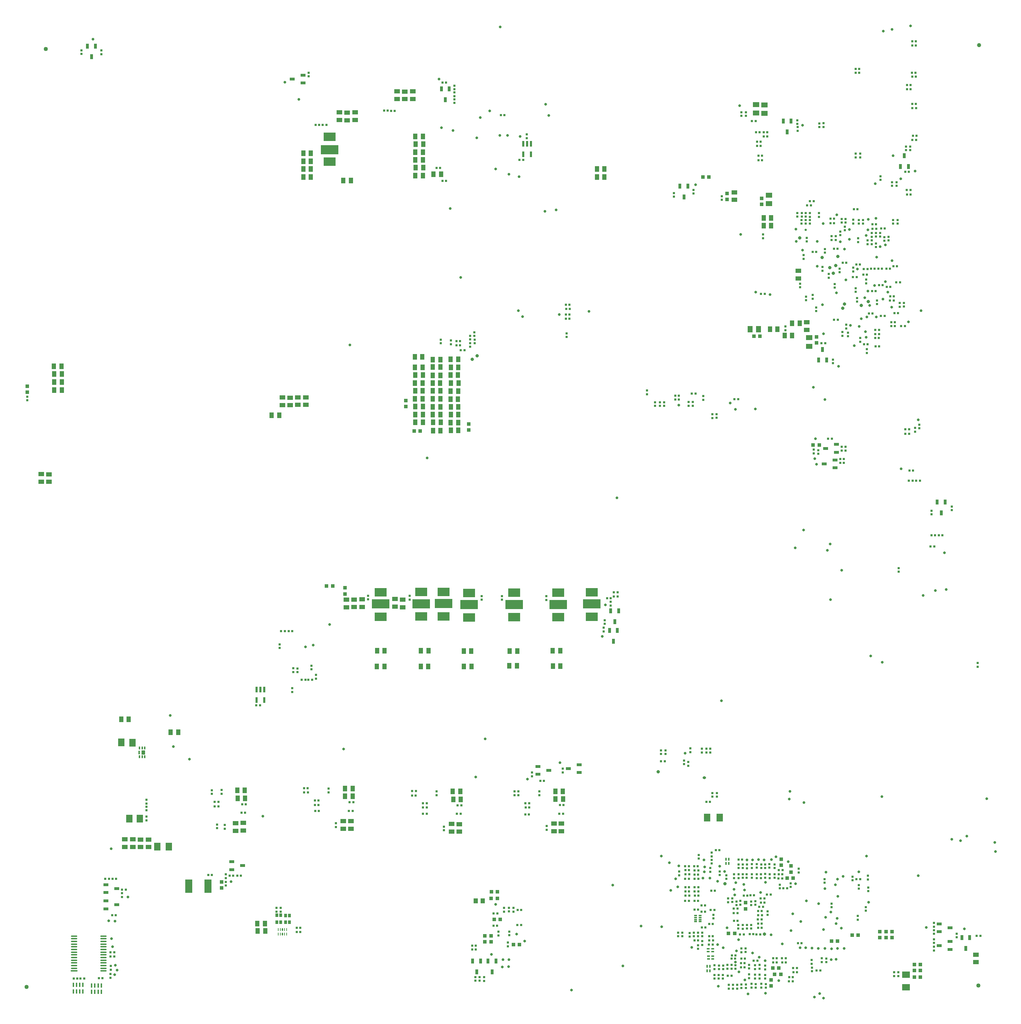
<source format=gbp>
%FSLAX25Y25*%
%MOIN*%
G70*
G01*
G75*
G04 Layer_Color=128*
%ADD10C,0.01000*%
%ADD11C,0.00800*%
%ADD12C,0.06000*%
%ADD13C,0.00600*%
%ADD14C,0.07000*%
%ADD15C,0.00500*%
%ADD16C,0.04000*%
%ADD17C,0.02500*%
%ADD18C,0.06500*%
%ADD19C,0.01772*%
%ADD20C,0.01772*%
%ADD21O,0.01260X0.03543*%
%ADD22R,0.03465X0.03465*%
%ADD23R,0.03937X0.05276*%
%ADD24R,0.05276X0.03937*%
%ADD25R,0.03465X0.03465*%
%ADD26R,0.02284X0.02362*%
%ADD27O,0.01181X0.03937*%
%ADD28O,0.03937X0.01181*%
%ADD29O,0.03937X0.01181*%
%ADD30R,0.02362X0.02284*%
%ADD31R,0.02756X0.03543*%
%ADD32O,0.01181X0.06299*%
%ADD33O,0.05906X0.01260*%
%ADD34O,0.01260X0.05906*%
%ADD35C,0.01024*%
%ADD36O,0.01181X0.06299*%
%ADD37R,0.02362X0.02284*%
%ADD38R,0.04600X0.03200*%
%ADD39C,0.03150*%
%ADD40R,0.02677X0.06299*%
%ADD41O,0.00984X0.02992*%
%ADD42R,0.06299X0.07284*%
%ADD43O,0.00906X0.03937*%
%ADD44O,0.01299X0.03347*%
%ADD45O,0.03622X0.01024*%
%ADD46O,0.01299X0.08661*%
%ADD47R,0.09843X0.12992*%
%ADD48O,0.05315X0.01654*%
%ADD49R,0.03937X0.01772*%
%ADD50O,0.01181X0.02992*%
%ADD51R,0.02165X0.05315*%
%ADD52O,0.01378X0.06500*%
%ADD53R,0.01299X0.02756*%
%ADD54R,0.02756X0.01299*%
%ADD55O,0.03937X0.00906*%
%ADD56R,0.05118X0.05906*%
%ADD57R,0.05394X0.06496*%
%ADD58O,0.07087X0.01575*%
%ADD59O,0.03937X0.01260*%
%ADD60O,0.01260X0.03937*%
%ADD61R,0.07284X0.06299*%
%ADD62R,0.05197X0.02362*%
%ADD63O,0.05000X0.01575*%
%ADD64R,0.07874X0.02835*%
%ADD65O,0.01575X0.05906*%
%ADD66R,0.07008X0.12992*%
%ADD67R,0.02165X0.05315*%
%ADD68R,0.03543X0.02756*%
%ADD69O,0.02992X0.00984*%
%ADD70R,0.05315X0.02165*%
%ADD71C,0.01654*%
%ADD72C,0.01181*%
%ADD73O,0.01575X0.05000*%
%ADD74R,0.05000X0.05079*%
%ADD75R,0.14173X0.10236*%
%ADD76R,0.11811X0.08268*%
%ADD77R,0.03937X0.05276*%
%ADD78O,0.00984X0.03386*%
%ADD79O,0.01181X0.03600*%
%ADD80R,0.07874X0.08268*%
%ADD81R,0.10236X0.14173*%
%ADD82R,0.01575X0.03150*%
%ADD83R,0.03200X0.04600*%
%ADD84R,0.05079X0.05000*%
%ADD85O,0.01575X0.05433*%
%ADD86R,0.02362X0.05197*%
%ADD87O,0.01654X0.06102*%
%ADD88R,0.10236X0.05118*%
%ADD89R,0.08465X0.07874*%
%ADD90R,0.06378X0.02835*%
%ADD91R,0.08465X0.08071*%
%ADD92R,0.07874X0.04724*%
%ADD93O,0.03386X0.00984*%
%ADD94R,0.05906X0.05118*%
%ADD95O,0.01260X0.03937*%
%ADD96O,0.03937X0.01260*%
%ADD97R,0.06181X0.07165*%
%ADD98R,0.01890X0.03937*%
%ADD99R,0.02953X0.03937*%
%ADD100R,0.02284X0.02362*%
%ADD101R,0.03465X0.03465*%
%ADD102O,0.07500X0.02400*%
%ADD103R,0.03150X0.01575*%
%ADD104R,0.05748X0.04409*%
%ADD105O,0.01378X0.06772*%
%ADD106O,0.03937X0.01496*%
%ADD107O,0.08000X0.02400*%
%ADD108R,0.06693X0.02835*%
%ADD109O,0.03600X0.01181*%
%ADD110R,0.14173X0.10236*%
%ADD111R,0.07874X0.07677*%
%ADD112R,0.07284X0.06299*%
%ADD113O,0.07087X0.01575*%
%ADD114O,0.03937X0.01496*%
%ADD115O,0.03347X0.01299*%
%ADD116R,0.07874X0.07677*%
%ADD117R,0.08661X0.09843*%
%ADD118R,0.03465X0.03465*%
%ADD119R,0.17500X0.17500*%
%ADD120R,0.13780X0.09843*%
%ADD121R,0.05276X0.03937*%
%ADD122O,0.01181X0.03740*%
%ADD123O,0.03800X0.01181*%
%ADD124O,0.02677X0.08071*%
%ADD125O,0.01260X0.05700*%
%ADD126O,0.01181X0.10827*%
%ADD127R,0.06496X0.06496*%
%ADD128R,0.07874X0.07874*%
%ADD129R,0.07087X0.07087*%
%ADD130R,0.12205X0.08268*%
%ADD131R,0.12205X0.01693*%
%ADD132R,0.09843X0.06772*%
%ADD133R,0.20472X0.13780*%
%ADD134C,0.01024*%
%ADD135C,0.01200*%
%ADD136R,0.06496X0.06496*%
%ADD137R,0.13780X0.13780*%
%ADD138R,0.13780X0.09843*%
%ADD139R,0.16929X0.08661*%
%ADD140R,0.03937X0.01772*%
G04:AMPARAMS|DCode=141|XSize=39.37mil|YSize=52.76mil|CornerRadius=0mil|HoleSize=0mil|Usage=FLASHONLY|Rotation=90.000|XOffset=0mil|YOffset=0mil|HoleType=Round|Shape=Octagon|*
%AMOCTAGOND141*
4,1,8,-0.02638,-0.00984,-0.02638,0.00984,-0.01654,0.01969,0.01654,0.01969,0.02638,0.00984,0.02638,-0.00984,0.01654,-0.01969,-0.01654,-0.01969,-0.02638,-0.00984,0.0*
%
%ADD141OCTAGOND141*%

%ADD142C,0.04000*%
%ADD143R,0.05512X0.03937*%
%ADD144R,0.11221X0.13976*%
%ADD145C,0.01260*%
%ADD146R,0.04724X0.11024*%
%ADD147C,0.01772*%
%ADD148O,0.02362X0.14567*%
%ADD149C,0.01800*%
%ADD150C,0.01500*%
%ADD151C,0.02000*%
%ADD152C,0.00700*%
%ADD153C,0.01200*%
%ADD154C,0.01969*%
%ADD155C,0.03000*%
%ADD156C,0.01600*%
%ADD157C,0.01300*%
%ADD158C,0.00350*%
%ADD159C,0.00400*%
%ADD160C,0.00300*%
%ADD161C,0.00900*%
%ADD162R,0.05900X0.04550*%
%ADD163R,0.18350X0.18100*%
%ADD164R,0.06850X0.04700*%
%ADD165R,0.16050X0.28800*%
%ADD166R,0.10850X0.06672*%
%ADD167R,0.10700X0.03150*%
%ADD168R,0.11100X0.08100*%
%ADD169R,0.22300X0.22300*%
%ADD170R,0.02500X0.02950*%
%ADD171R,0.03800X0.02950*%
%ADD172R,0.06900X0.06650*%
%ADD173R,0.03100X0.03600*%
%ADD174R,0.19050X0.02650*%
%ADD175R,0.02450X0.09200*%
%ADD176R,0.03550X0.06550*%
%ADD177R,0.02550X0.02600*%
%ADD178R,0.18600X0.02300*%
%ADD179R,0.01971X0.08558*%
%ADD180C,0.03937*%
%ADD181O,0.04528X0.04921*%
%ADD182C,0.04331*%
%ADD183C,0.04134*%
%ADD184C,0.05709*%
%ADD185C,0.07874*%
%ADD186C,0.05315*%
%ADD187O,0.04528X0.04921*%
%ADD188C,0.05906*%
%ADD189R,0.05709X0.05709*%
%ADD190R,0.04134X0.04134*%
%ADD191R,0.05906X0.05906*%
%ADD192C,0.05906*%
%ADD193R,0.05906X0.05906*%
%ADD194R,0.04528X0.04921*%
%ADD195C,0.06102*%
%ADD196R,0.06102X0.06102*%
%ADD197R,0.05315X0.05315*%
%ADD198C,0.05118*%
%ADD199C,0.06102*%
%ADD200O,0.05118X0.05118*%
%ADD201C,0.05512*%
%ADD202C,0.05000*%
%ADD203C,0.06200*%
%ADD204R,0.05906X0.05906*%
%ADD205R,0.04331X0.04528*%
%ADD206C,0.06500*%
%ADD207R,0.06500X0.06500*%
%ADD208R,0.05709X0.05709*%
%ADD209R,0.06200X0.06200*%
%ADD210C,0.06299*%
%ADD211R,0.06299X0.06299*%
%ADD212R,0.05709X0.05709*%
%ADD213C,0.04331*%
%ADD214R,0.05315X0.05315*%
%ADD215R,0.05000X0.05000*%
%ADD216R,0.05315X0.05315*%
%ADD217C,0.05315*%
%ADD218R,0.05315X0.05315*%
%ADD219C,0.07874*%
%ADD220C,0.04134*%
%ADD221O,0.04331X0.03937*%
%ADD222O,0.04331X0.03937*%
%ADD223R,0.05118X0.05118*%
%ADD224C,0.06299*%
%ADD225C,0.05709*%
%ADD226R,0.04134X0.04134*%
%ADD227O,0.14567X0.05000*%
%ADD228C,0.12205*%
%ADD229C,0.12205*%
%ADD230C,0.05118*%
%ADD231C,0.08268*%
%ADD232C,0.08268*%
%ADD233C,0.05512*%
%ADD234O,0.15354X0.05906*%
%ADD235O,0.11811X0.06221*%
%ADD236R,0.04134X0.04134*%
%ADD237C,0.22441*%
%ADD238C,0.02165*%
%ADD239C,0.01969*%
%ADD240C,0.02165*%
%ADD241C,0.02559*%
%ADD242C,0.02047*%
%ADD243C,0.02362*%
%ADD244C,0.02756*%
%ADD245C,0.01890*%
%ADD246C,0.01890*%
%ADD247C,0.03543*%
%ADD248C,0.02559*%
%ADD249C,0.02047*%
%ADD250C,0.03543*%
%ADD251C,0.03150*%
%ADD252C,0.02756*%
%ADD253R,0.24200X0.05950*%
%ADD254R,0.23900X0.06050*%
%ADD255R,0.05911X0.06527*%
%ADD256R,0.06150X0.03200*%
%ADD257R,0.09050X0.02750*%
%ADD258R,0.05216X0.03337*%
%ADD259R,0.06800X0.01900*%
%ADD260R,0.04950X0.07100*%
%ADD261R,0.07750X0.02200*%
%ADD262R,0.03719X0.04789*%
%ADD263R,0.06700X0.02700*%
%ADD264R,0.14425X0.06794*%
%ADD265R,0.11550X0.03200*%
%ADD266R,0.32600X0.02950*%
%ADD267R,0.33585X0.02339*%
%ADD268R,0.05859X0.04781*%
%ADD269R,0.02737X0.07120*%
%ADD270R,0.04000X0.04100*%
%ADD271C,0.02800*%
%ADD272R,0.07309X0.09456*%
%ADD273R,0.24200X0.06150*%
%ADD274R,0.11000X0.05750*%
%ADD275R,0.13400X0.11100*%
%ADD276R,0.03300X0.01150*%
%ADD277R,0.23000X0.05750*%
%ADD278R,0.24600X0.06350*%
%ADD279R,0.24350X0.06500*%
%ADD280R,0.02900X0.09800*%
%ADD281R,0.21100X0.02900*%
%ADD282R,0.03178X0.10400*%
%ADD283R,0.19100X0.03150*%
%ADD284R,0.07500X0.04250*%
%ADD285R,0.11750X0.02150*%
%ADD286R,0.19182X0.02374*%
%ADD287R,0.02300X0.10000*%
%ADD288R,0.03150X0.11085*%
%ADD289R,0.34850X0.02950*%
%ADD290R,0.33337X0.02093*%
%ADD291R,0.03150X0.04921*%
%ADD292R,0.01772X0.03937*%
%ADD293R,0.01260X0.03347*%
%ADD294R,0.01693X0.02598*%
%ADD295R,0.07087X0.12992*%
%ADD296R,0.04921X0.03150*%
%ADD297O,0.06500X0.01378*%
%ADD298O,0.06772X0.01378*%
%ADD299C,0.02598*%
%ADD300O,0.03150X0.02800*%
%ADD301R,0.04921X0.03150*%
%ADD302R,0.03937X0.05118*%
%ADD303R,0.11811X0.08268*%
%ADD304R,0.07087X0.12992*%
%ADD305O,0.01260X0.02992*%
%ADD306R,0.03543X0.03937*%
%ADD307R,0.16929X0.08661*%
%ADD308R,0.01772X0.03937*%
%ADD309C,0.02598*%
%ADD310R,0.03150X0.04921*%
%ADD311R,0.22050X0.22150*%
%ADD312R,0.08800X0.13800*%
%ADD313R,0.06850X0.09350*%
%ADD314R,0.06700X0.06650*%
%ADD315R,0.04883X0.10114*%
%ADD316R,0.04200X0.08450*%
%ADD317R,0.05300X0.06350*%
%ADD318R,0.01850X0.01750*%
%ADD319R,0.08350X0.05850*%
%ADD320R,0.08862X0.08774*%
%ADD321R,1.37250X0.04150*%
%ADD322R,0.05150X0.04000*%
%ADD323R,0.02150X0.01200*%
%ADD324R,0.03900X0.03450*%
%ADD325R,0.06050X0.17150*%
%ADD326R,0.06219X0.12738*%
%ADD327R,0.01550X0.05150*%
%ADD328R,0.05500X0.03350*%
%ADD329R,0.00850X0.01038*%
%ADD330R,0.01550X0.01750*%
%ADD331C,0.00550*%
%ADD332C,0.00450*%
%ADD333C,0.01972*%
%ADD334C,0.01972*%
%ADD335O,0.01460X0.03743*%
%ADD336R,0.03665X0.03665*%
%ADD337R,0.04137X0.05476*%
%ADD338R,0.05476X0.04137*%
%ADD339R,0.03665X0.03665*%
%ADD340R,0.02484X0.02562*%
%ADD341O,0.01381X0.04137*%
%ADD342O,0.04137X0.01381*%
%ADD343O,0.04137X0.01381*%
%ADD344R,0.02562X0.02484*%
%ADD345R,0.02956X0.03743*%
%ADD346O,0.01381X0.06499*%
%ADD347O,0.06106X0.01460*%
%ADD348O,0.01460X0.06106*%
%ADD349C,0.01224*%
%ADD350O,0.01381X0.06499*%
%ADD351R,0.02562X0.02484*%
%ADD352R,0.04800X0.03400*%
%ADD353C,0.03350*%
%ADD354R,0.02877X0.06499*%
%ADD355O,0.01184X0.03192*%
%ADD356R,0.06499X0.07484*%
%ADD357O,0.01106X0.04137*%
%ADD358O,0.01499X0.03547*%
%ADD359O,0.03822X0.01224*%
%ADD360O,0.01499X0.08861*%
%ADD361R,0.10043X0.13192*%
%ADD362O,0.05515X0.01854*%
%ADD363R,0.04137X0.01972*%
%ADD364O,0.01381X0.03192*%
%ADD365R,0.02365X0.05515*%
%ADD366O,0.01578X0.06700*%
%ADD367R,0.01499X0.02956*%
%ADD368R,0.02956X0.01499*%
%ADD369O,0.04137X0.01106*%
%ADD370R,0.05318X0.06106*%
%ADD371R,0.05594X0.06696*%
%ADD372O,0.07287X0.01775*%
%ADD373O,0.04137X0.01460*%
%ADD374O,0.01460X0.04137*%
%ADD375R,0.07484X0.06499*%
%ADD376R,0.05397X0.02562*%
%ADD377O,0.05200X0.01775*%
%ADD378R,0.08074X0.03035*%
%ADD379O,0.01775X0.06106*%
%ADD380R,0.07208X0.13192*%
%ADD381R,0.02365X0.05515*%
%ADD382R,0.03743X0.02956*%
%ADD383O,0.03192X0.01184*%
%ADD384R,0.05515X0.02365*%
%ADD385C,0.01854*%
%ADD386C,0.01381*%
%ADD387O,0.01775X0.05200*%
%ADD388R,0.05200X0.05279*%
%ADD389R,0.14373X0.10436*%
%ADD390R,0.12011X0.08468*%
%ADD391R,0.04137X0.05476*%
%ADD392O,0.01184X0.03586*%
%ADD393O,0.01381X0.03800*%
%ADD394R,0.08074X0.08468*%
%ADD395R,0.10436X0.14373*%
%ADD396R,0.01775X0.03350*%
%ADD397R,0.03400X0.04800*%
%ADD398R,0.05279X0.05200*%
%ADD399O,0.01775X0.05633*%
%ADD400R,0.02562X0.05397*%
%ADD401O,0.01854X0.06302*%
%ADD402R,0.10436X0.05318*%
%ADD403R,0.08665X0.08074*%
%ADD404R,0.06578X0.03035*%
%ADD405R,0.08665X0.08271*%
%ADD406R,0.08074X0.04924*%
%ADD407O,0.03586X0.01184*%
%ADD408R,0.06106X0.05318*%
%ADD409O,0.01460X0.04137*%
%ADD410O,0.04137X0.01460*%
%ADD411R,0.06381X0.07365*%
%ADD412R,0.02090X0.04137*%
%ADD413R,0.03153X0.04137*%
%ADD414R,0.02484X0.02562*%
%ADD415R,0.03665X0.03665*%
%ADD416O,0.08300X0.03200*%
%ADD417R,0.03350X0.01775*%
%ADD418R,0.05948X0.04609*%
%ADD419C,0.01624*%
%ADD420O,0.01578X0.06972*%
%ADD421O,0.04137X0.01696*%
%ADD422O,0.08800X0.03200*%
%ADD423R,0.06893X0.03035*%
%ADD424O,0.03800X0.01381*%
%ADD425R,0.14373X0.10436*%
%ADD426R,0.08074X0.07877*%
%ADD427R,0.07484X0.06499*%
%ADD428O,0.07287X0.01775*%
%ADD429O,0.04137X0.01696*%
%ADD430O,0.03547X0.01499*%
%ADD431R,0.08074X0.07877*%
%ADD432R,0.08861X0.10043*%
%ADD433R,0.03665X0.03665*%
%ADD434R,0.17700X0.17700*%
%ADD435R,0.13979X0.10043*%
%ADD436R,0.05476X0.04137*%
%ADD437O,0.01381X0.03940*%
%ADD438O,0.04000X0.01381*%
%ADD439O,0.02877X0.08271*%
%ADD440O,0.01460X0.05900*%
%ADD441O,0.01381X0.11027*%
%ADD442R,0.06696X0.06696*%
%ADD443R,0.08074X0.08074*%
%ADD444R,0.07287X0.07287*%
%ADD445R,0.12405X0.08468*%
%ADD446R,0.12405X0.01893*%
%ADD447R,0.10043X0.06972*%
%ADD448R,0.20672X0.13979*%
%ADD449C,0.01224*%
%ADD450C,0.01400*%
%ADD451R,0.06696X0.06696*%
%ADD452R,0.13979X0.13979*%
%ADD453R,0.13979X0.10043*%
%ADD454R,0.17129X0.08861*%
%ADD455R,0.04137X0.01972*%
G04:AMPARAMS|DCode=456|XSize=41.37mil|YSize=54.76mil|CornerRadius=0mil|HoleSize=0mil|Usage=FLASHONLY|Rotation=90.000|XOffset=0mil|YOffset=0mil|HoleType=Round|Shape=Octagon|*
%AMOCTAGOND456*
4,1,8,-0.02738,-0.01034,-0.02738,0.01034,-0.01704,0.02069,0.01704,0.02069,0.02738,0.01034,0.02738,-0.01034,0.01704,-0.02069,-0.01704,-0.02069,-0.02738,-0.01034,0.0*
%
%ADD456OCTAGOND456*%

%ADD457C,0.04200*%
%ADD458R,0.05712X0.04137*%
%ADD459R,0.11421X0.14176*%
%ADD460C,0.01460*%
%ADD461R,0.04924X0.11224*%
%ADD462C,0.01972*%
%ADD463O,0.02562X0.14767*%
%ADD464C,0.04137*%
%ADD465O,0.04728X0.05121*%
%ADD466C,0.04531*%
%ADD467C,0.04334*%
%ADD468C,0.05909*%
%ADD469C,0.08674*%
%ADD470C,0.05515*%
%ADD471O,0.04728X0.05121*%
%ADD472C,0.06106*%
%ADD473R,0.05909X0.05909*%
%ADD474R,0.04334X0.04334*%
%ADD475R,0.06106X0.06106*%
%ADD476C,0.06106*%
%ADD477R,0.06106X0.06106*%
%ADD478R,0.04728X0.05121*%
%ADD479C,0.06302*%
%ADD480R,0.06302X0.06302*%
%ADD481R,0.05515X0.05515*%
%ADD482C,0.05318*%
%ADD483C,0.06302*%
%ADD484O,0.05318X0.05318*%
%ADD485C,0.05712*%
%ADD486C,0.05800*%
%ADD487C,0.07000*%
%ADD488R,0.06106X0.06106*%
%ADD489R,0.04531X0.04728*%
%ADD490C,0.07300*%
%ADD491R,0.07300X0.07300*%
%ADD492C,0.06509*%
%ADD493R,0.06509X0.06509*%
%ADD494R,0.07000X0.07000*%
%ADD495C,0.06499*%
%ADD496R,0.06499X0.06499*%
%ADD497R,0.05909X0.05909*%
%ADD498C,0.04531*%
%ADD499R,0.05515X0.05515*%
%ADD500R,0.05800X0.05800*%
%ADD501R,0.05515X0.05515*%
%ADD502C,0.05515*%
%ADD503R,0.05515X0.05515*%
%ADD504R,0.06509X0.06509*%
%ADD505C,0.08074*%
%ADD506C,0.08074*%
%ADD507C,0.04334*%
%ADD508O,0.04531X0.04137*%
%ADD509O,0.04531X0.04137*%
%ADD510R,0.05318X0.05318*%
%ADD511C,0.06499*%
%ADD512C,0.05909*%
%ADD513R,0.04334X0.04334*%
%ADD514O,0.14767X0.05200*%
%ADD515C,0.12405*%
%ADD516C,0.12405*%
%ADD517C,0.05318*%
%ADD518C,0.08468*%
%ADD519C,0.08468*%
%ADD520C,0.05712*%
%ADD521O,0.15554X0.06106*%
%ADD522O,0.12011X0.06421*%
%ADD523R,0.04334X0.04334*%
%ADD524C,0.22641*%
%ADD525R,0.03350X0.05121*%
%ADD526R,0.01972X0.04137*%
%ADD527R,0.01460X0.03547*%
%ADD528R,0.01893X0.02798*%
%ADD529R,0.07287X0.13192*%
%ADD530R,0.05121X0.03350*%
%ADD531O,0.06700X0.01578*%
%ADD532O,0.06972X0.01578*%
%ADD533C,0.02798*%
%ADD534O,0.03350X0.03000*%
%ADD535C,0.02365*%
%ADD536R,0.05121X0.03350*%
%ADD537R,0.04137X0.05318*%
%ADD538R,0.12011X0.08468*%
%ADD539R,0.07287X0.13192*%
%ADD540O,0.01460X0.03192*%
%ADD541R,0.03743X0.04137*%
%ADD542R,0.17129X0.08861*%
%ADD543R,0.01972X0.04137*%
%ADD544C,0.02798*%
%ADD545R,0.03350X0.05121*%
D22*
X4425500Y2269700D02*
D03*
X4139600Y1793600D02*
D03*
X4118700Y1844000D02*
D03*
X4118500Y1837900D02*
D03*
X4394950Y1857000D02*
D03*
X4383150Y1765400D02*
D03*
X4381450Y1771300D02*
D03*
X4039400Y2283100D02*
D03*
X4133900Y1793600D02*
D03*
X4112500Y1802200D02*
D03*
Y1796400D02*
D03*
X4368900Y2373300D02*
D03*
X4419800Y2269700D02*
D03*
X4320200Y2525000D02*
D03*
X4516300Y1774600D02*
D03*
Y1769100D02*
D03*
X4516200Y1762700D02*
D03*
X4442900Y1797000D02*
D03*
X4462600Y1802600D02*
D03*
X4113000Y1844000D02*
D03*
X4115600Y1817900D02*
D03*
X4314500Y2525000D02*
D03*
X4388850Y1765400D02*
D03*
X4344850Y1804400D02*
D03*
X4363200Y2373300D02*
D03*
X3961500Y2135400D02*
D03*
X4045100Y2283100D02*
D03*
X4339150Y1804400D02*
D03*
X4106800Y1802200D02*
D03*
Y1796400D02*
D03*
X4522000Y1774600D02*
D03*
X4387150Y1771300D02*
D03*
X4522000Y1769100D02*
D03*
X4521900Y1762700D02*
D03*
X4437200Y1797000D02*
D03*
X4456900Y1802600D02*
D03*
X4400650Y1857000D02*
D03*
X4112800Y1837900D02*
D03*
X4121300Y1817900D02*
D03*
X3955800Y2135400D02*
D03*
D23*
X3980600Y1942500D02*
D03*
X4064900Y2527600D02*
D03*
X4372600Y2486000D02*
D03*
X4372500Y2478800D02*
D03*
X4407000Y2385900D02*
D03*
X4040400Y2563900D02*
D03*
X4040800Y2556500D02*
D03*
X4040400Y2548600D02*
D03*
Y2541400D02*
D03*
X4040800Y2534000D02*
D03*
X4083200Y1939900D02*
D03*
X4083700Y1932200D02*
D03*
X4181100Y1939800D02*
D03*
X4181300Y1932300D02*
D03*
X4385800Y2380200D02*
D03*
X4392500Y2374000D02*
D03*
X3940800Y2547600D02*
D03*
X3940700Y2540100D02*
D03*
X3940800Y2532600D02*
D03*
Y2525000D02*
D03*
X3971700Y2521600D02*
D03*
X4039900Y2353600D02*
D03*
X4040000Y2313700D02*
D03*
X4064100Y2328900D02*
D03*
X4064200Y2321300D02*
D03*
X4064300Y2313700D02*
D03*
X4040000Y2343800D02*
D03*
X4040400Y2336400D02*
D03*
X4040000Y2328600D02*
D03*
X4040200Y2321400D02*
D03*
X4064200Y2336200D02*
D03*
X4081400Y2343600D02*
D03*
X4081100Y2336500D02*
D03*
X4081600Y2328900D02*
D03*
X4081300Y2321200D02*
D03*
X4081100Y2313400D02*
D03*
X4064200Y2344200D02*
D03*
Y2351200D02*
D03*
X3890100Y1806900D02*
D03*
X4047600Y2306400D02*
D03*
X4047500Y2291300D02*
D03*
Y2298800D02*
D03*
X4064200Y2306000D02*
D03*
Y2298700D02*
D03*
X4064500Y2291300D02*
D03*
X4064400Y2283500D02*
D03*
X4074200Y2306100D02*
D03*
Y2298800D02*
D03*
X4074100Y2291100D02*
D03*
X4052700Y2058700D02*
D03*
X4052900Y2073700D02*
D03*
X4011100D02*
D03*
X4011000Y2058600D02*
D03*
X4093700Y2073400D02*
D03*
X4094000Y2058700D02*
D03*
X4137600Y2073400D02*
D03*
X4178800Y2059100D02*
D03*
X4178500Y2073900D02*
D03*
X3759900Y2008500D02*
D03*
X3703300Y2322200D02*
D03*
Y2329800D02*
D03*
Y2337300D02*
D03*
X3703000Y2344700D02*
D03*
X3877700Y1940700D02*
D03*
X3878100Y1933100D02*
D03*
X4057700Y2527600D02*
D03*
X4220800Y2525100D02*
D03*
Y2532700D02*
D03*
X3814200Y1996000D02*
D03*
X3767100Y2008500D02*
D03*
X3897300Y1806900D02*
D03*
X4040400Y2306400D02*
D03*
X4040300Y2291300D02*
D03*
Y2298800D02*
D03*
X4057000Y2306000D02*
D03*
Y2298700D02*
D03*
X4057300Y2291300D02*
D03*
X4081400Y2306100D02*
D03*
Y2298800D02*
D03*
Y2283600D02*
D03*
X4081300Y2291100D02*
D03*
X4045500Y2058700D02*
D03*
X4003900Y2073700D02*
D03*
X4003800Y2058600D02*
D03*
X4056900Y2328900D02*
D03*
X4057000Y2321300D02*
D03*
X4057100Y2313700D02*
D03*
X4047200Y2343800D02*
D03*
X4047600Y2336400D02*
D03*
X4047200Y2328600D02*
D03*
X4047400Y2321400D02*
D03*
X4057000Y2336200D02*
D03*
X4074200Y2343600D02*
D03*
X4073900Y2336500D02*
D03*
X4074100Y2321200D02*
D03*
X4073900Y2313400D02*
D03*
X4074100Y2351300D02*
D03*
X4057000Y2344200D02*
D03*
Y2351200D02*
D03*
X4086500Y2073400D02*
D03*
X4086800Y2058700D02*
D03*
X4130400Y2073400D02*
D03*
X4171600Y2059100D02*
D03*
X4171300Y2073900D02*
D03*
X4213600Y2525100D02*
D03*
X4047600Y2563900D02*
D03*
X4048000Y2556500D02*
D03*
X4047600Y2548600D02*
D03*
X3933600Y2547600D02*
D03*
X4047600Y2541400D02*
D03*
X3933500Y2540100D02*
D03*
X4048000Y2534000D02*
D03*
X3933600Y2532600D02*
D03*
X4047600Y2526500D02*
D03*
X3933600Y2525000D02*
D03*
X3978900Y2521600D02*
D03*
X4379800Y2486000D02*
D03*
X4379700Y2478800D02*
D03*
X4399800Y2385900D02*
D03*
X4378600Y2380200D02*
D03*
X4399700Y2374000D02*
D03*
X4047100Y2353600D02*
D03*
X3696100Y2322200D02*
D03*
Y2329800D02*
D03*
Y2337300D02*
D03*
X3695800Y2344700D02*
D03*
X4047200Y2313700D02*
D03*
X3910500Y2298000D02*
D03*
X3973400Y1942500D02*
D03*
X3870500Y1940700D02*
D03*
X4076000Y1939900D02*
D03*
X4173900Y1939800D02*
D03*
X3973300Y1935000D02*
D03*
X3870900Y1933100D02*
D03*
X4076500Y1932200D02*
D03*
X4174100Y1932300D02*
D03*
X4213600Y2532700D02*
D03*
X4130100Y2059400D02*
D03*
D24*
X4344800Y2503300D02*
D03*
X3978900Y1904100D02*
D03*
X4413700Y2386700D02*
D03*
X3690900Y2241900D02*
D03*
X3683600Y2242000D02*
D03*
X4022900Y2606600D02*
D03*
X4037900D02*
D03*
X4030300Y2606500D02*
D03*
X3983000Y2586600D02*
D03*
X3975400Y2586400D02*
D03*
X3967900Y2586600D02*
D03*
X4179800Y1901900D02*
D03*
X4082300Y1901300D02*
D03*
X3982100Y2122500D02*
D03*
X4028400Y2122300D02*
D03*
X3974700D02*
D03*
X4021100Y2123100D02*
D03*
X4575100Y1784200D02*
D03*
X3935900Y2315200D02*
D03*
X3928400D02*
D03*
X3920900Y2314900D02*
D03*
X3913700Y2315000D02*
D03*
X3876300Y1902400D02*
D03*
X3869000Y1902200D02*
D03*
X3778200Y1886700D02*
D03*
X3786100D02*
D03*
X3771000Y1886800D02*
D03*
X3763400D02*
D03*
X4405700Y2428400D02*
D03*
X4575100Y1777000D02*
D03*
X3982100Y2115300D02*
D03*
X4028400Y2115100D02*
D03*
X3974700D02*
D03*
X4021100Y2115900D02*
D03*
X3989600Y2115400D02*
D03*
X4022900Y2599400D02*
D03*
X4037900D02*
D03*
X4030300Y2599300D02*
D03*
X3983000Y2579400D02*
D03*
X3975400Y2579200D02*
D03*
X3967900Y2579400D02*
D03*
X4344800Y2510500D02*
D03*
X4405700Y2435600D02*
D03*
X4413700Y2379500D02*
D03*
X3935900Y2308000D02*
D03*
X3928400D02*
D03*
X3920900Y2307700D02*
D03*
X3913700Y2307800D02*
D03*
X3690900Y2234700D02*
D03*
X3683600Y2234800D02*
D03*
X3978900Y1911300D02*
D03*
X3971500Y1911400D02*
D03*
X3876300Y1909600D02*
D03*
X3869000Y1909400D02*
D03*
X4082300Y1908500D02*
D03*
X4074900Y1908700D02*
D03*
X4179800Y1909100D02*
D03*
X4172700D02*
D03*
X3778200Y1893900D02*
D03*
X3786100D02*
D03*
X3771000Y1894000D02*
D03*
X3763400D02*
D03*
D25*
X3855600Y1853400D02*
D03*
X3670400Y2320000D02*
D03*
X4337800Y2503700D02*
D03*
X4370700Y2499000D02*
D03*
X4423100Y2372700D02*
D03*
X4389250Y1869400D02*
D03*
X4398650Y1862900D02*
D03*
X4031400Y2306400D02*
D03*
X4389250Y1875100D02*
D03*
X4495100Y1806100D02*
D03*
X4489200D02*
D03*
X4483300D02*
D03*
X4355350Y1833600D02*
D03*
X4379750Y1760100D02*
D03*
X3855600Y1847700D02*
D03*
X3973300Y2133600D02*
D03*
X4398650Y1868600D02*
D03*
X4379750Y1754400D02*
D03*
X4370700Y2504700D02*
D03*
X4423100Y2367000D02*
D03*
X4337800Y2509400D02*
D03*
X4031400Y2312100D02*
D03*
X4091200Y2289900D02*
D03*
X3973300Y2127900D02*
D03*
X3670400Y2325700D02*
D03*
X4495100Y1800400D02*
D03*
X4489200D02*
D03*
X4483300D02*
D03*
X4355350Y1827900D02*
D03*
D26*
X3846400Y1860000D02*
D03*
X3751513Y1856500D02*
D03*
X3751313Y1821800D02*
D03*
X3748212Y1856500D02*
D03*
X3754813Y1821800D02*
D03*
X3749713Y1786300D02*
D03*
Y1782300D02*
D03*
X3721012Y1761400D02*
D03*
X3718013Y1761500D02*
D03*
X3714513D02*
D03*
X4352150Y1874900D02*
D03*
X4517700Y2650400D02*
D03*
Y2654500D02*
D03*
X4517400Y2624500D02*
D03*
X4517800Y2620600D02*
D03*
X4512700Y2612800D02*
D03*
X4512800Y2608700D02*
D03*
X4463800Y2624300D02*
D03*
X4463700Y2628000D02*
D03*
X4517900Y2590600D02*
D03*
X4517700Y2594700D02*
D03*
X4517900Y2560500D02*
D03*
X4518400Y2564400D02*
D03*
X4372600Y2567900D02*
D03*
X4368800D02*
D03*
X4372600Y2563700D02*
D03*
X3948800Y2574600D02*
D03*
X3952000D02*
D03*
X4014100Y2588250D02*
D03*
X4017300Y2588200D02*
D03*
X4512800Y2508400D02*
D03*
X4512500Y2512600D02*
D03*
X4434100Y2275700D02*
D03*
X4066300Y2615100D02*
D03*
X4511100Y2530000D02*
D03*
X4447000Y2268000D02*
D03*
Y2264300D02*
D03*
X4445500Y2256500D02*
D03*
X3863200Y1859300D02*
D03*
X4079500Y2368600D02*
D03*
Y2364600D02*
D03*
X3944600Y1931200D02*
D03*
X3981200Y1929300D02*
D03*
X3944900Y1921200D02*
D03*
X3944500Y1926700D02*
D03*
X4291700Y2316900D02*
D03*
Y2313000D02*
D03*
X4307500Y2318900D02*
D03*
X4344700Y2313400D02*
D03*
X4064000Y2533900D02*
D03*
X4341950Y1764200D02*
D03*
X4345350Y1780300D02*
D03*
X4341850D02*
D03*
X4493100Y2407400D02*
D03*
X4373600Y2413700D02*
D03*
X4370100D02*
D03*
X4460300Y2624300D02*
D03*
X4513900Y2624500D02*
D03*
X4460200Y2628000D02*
D03*
X4514200Y2650400D02*
D03*
X4514300Y2620600D02*
D03*
X4514200Y2654500D02*
D03*
Y2594700D02*
D03*
X4509200Y2612800D02*
D03*
X4509300Y2608700D02*
D03*
X4514400Y2590600D02*
D03*
Y2560500D02*
D03*
X4514900Y2564400D02*
D03*
X4509300Y2508400D02*
D03*
X4509000Y2512600D02*
D03*
X4507600Y2530000D02*
D03*
X3866700Y1859300D02*
D03*
X3870500D02*
D03*
X4369700Y2554700D02*
D03*
X4187400Y2394100D02*
D03*
Y2390100D02*
D03*
X4431300Y2366600D02*
D03*
X4187700Y2399400D02*
D03*
X4348200Y2313400D02*
D03*
X4484500Y2476100D02*
D03*
X4436300Y2485300D02*
D03*
Y2481100D02*
D03*
X4449000Y2256500D02*
D03*
X4449100Y2252700D02*
D03*
X4475900Y2416400D02*
D03*
X4499100Y2424700D02*
D03*
X4467500Y2432000D02*
D03*
X4447900Y2443500D02*
D03*
X4472900Y2395200D02*
D03*
X4494200Y2386900D02*
D03*
X4482500Y2422200D02*
D03*
X4476200Y2480100D02*
D03*
X4461300Y2429900D02*
D03*
X4493100Y2437700D02*
D03*
X4496300Y2440100D02*
D03*
X4476400Y2475900D02*
D03*
X4507200Y2383200D02*
D03*
X4484400Y2392600D02*
D03*
X4494200Y2383100D02*
D03*
X4479000Y2379400D02*
D03*
X4471500Y2437500D02*
D03*
X4474900Y2437600D02*
D03*
X4478900Y2371600D02*
D03*
X4479100Y2375500D02*
D03*
X3923000Y2092300D02*
D03*
X4320550Y1813300D02*
D03*
X4313650Y1810200D02*
D03*
X4141400Y1826600D02*
D03*
X4141300Y1812400D02*
D03*
X4521600Y2235900D02*
D03*
X4365300Y2567900D02*
D03*
X4364900Y2578400D02*
D03*
X4306650Y1827200D02*
D03*
X4366200Y2558700D02*
D03*
Y2554700D02*
D03*
X4575700Y1802200D02*
D03*
X4387000Y1864800D02*
D03*
X4386850Y1860800D02*
D03*
X4386750Y1856900D02*
D03*
X4458600Y2494300D02*
D03*
X4381650Y1780700D02*
D03*
Y1776600D02*
D03*
X4359950Y1840800D02*
D03*
X4363150Y1778300D02*
D03*
X4405300Y1795000D02*
D03*
X4350850Y1776200D02*
D03*
X4350900Y1772200D02*
D03*
X4351250Y1780300D02*
D03*
X4353650Y1840500D02*
D03*
Y1803300D02*
D03*
X4348650Y1874900D02*
D03*
X4342200Y1783500D02*
D03*
X4345700D02*
D03*
X4301300Y1868400D02*
D03*
X4309750Y1868300D02*
D03*
X4301450Y1864700D02*
D03*
X4310250Y1864400D02*
D03*
X4297900Y1848400D02*
D03*
X4310150Y1827200D02*
D03*
X4317150Y1810200D02*
D03*
X4310150Y1797600D02*
D03*
X4323950Y1793700D02*
D03*
X4310100Y1860500D02*
D03*
X4298150Y1860600D02*
D03*
X4310250Y1856400D02*
D03*
X4301200Y1856500D02*
D03*
X4297900Y1844400D02*
D03*
X4325550Y1826800D02*
D03*
X4316750Y1825200D02*
D03*
X4324050Y1813300D02*
D03*
X4324250Y1797900D02*
D03*
X4326000Y1845000D02*
D03*
X4310300Y1848400D02*
D03*
X4310200Y1844400D02*
D03*
X4310350Y1840400D02*
D03*
X4439800Y2485300D02*
D03*
X4316750Y1831200D02*
D03*
X4087300Y2360200D02*
D03*
X4083000Y2368600D02*
D03*
Y2364600D02*
D03*
X4183900Y2403400D02*
D03*
Y2394100D02*
D03*
X4184200Y2399400D02*
D03*
X3945300Y2574600D02*
D03*
X3980500Y1921200D02*
D03*
X3937800Y1942600D02*
D03*
X3937900Y1938700D02*
D03*
X4040700Y1935900D02*
D03*
X4040900Y1940000D02*
D03*
X4047800Y1928500D02*
D03*
Y1918500D02*
D03*
X4083600Y1918400D02*
D03*
X4181200D02*
D03*
X4138500Y1939900D02*
D03*
Y1936100D02*
D03*
X4145400Y1928500D02*
D03*
X4181700Y1926600D02*
D03*
X4485400Y2437800D02*
D03*
X4020800Y2588200D02*
D03*
X4010600Y2588250D02*
D03*
X4518100Y2235900D02*
D03*
X4514600D02*
D03*
X4511600Y2245400D02*
D03*
X4297800Y1868400D02*
D03*
X4507800Y2280300D02*
D03*
X4322500Y1845000D02*
D03*
X4393750Y1776800D02*
D03*
X4393650Y1780800D02*
D03*
X4400450Y1762700D02*
D03*
X4400250Y1758700D02*
D03*
X4400950Y1767300D02*
D03*
X4400750Y1771300D02*
D03*
X4310050Y1835400D02*
D03*
X4115000Y1823300D02*
D03*
X4114900Y1811800D02*
D03*
X3955500Y2574600D02*
D03*
X4488000Y2476100D02*
D03*
X4298100Y1840300D02*
D03*
X4394850Y1847500D02*
D03*
X4543100Y2183700D02*
D03*
X4297750Y1835300D02*
D03*
X4479200Y2363800D02*
D03*
X4468300Y2365800D02*
D03*
X4493200Y2411400D02*
D03*
X4489900Y2420300D02*
D03*
X4354400Y1772200D02*
D03*
X4502600Y2424700D02*
D03*
X4486000Y2422200D02*
D03*
X4479400Y2416400D02*
D03*
X3760712Y1846200D02*
D03*
X4489600Y2437700D02*
D03*
X4493400Y2420300D02*
D03*
X4496700Y2411400D02*
D03*
X4496600Y2407400D02*
D03*
X4460900Y2441600D02*
D03*
X4371000Y2541200D02*
D03*
Y2545300D02*
D03*
X4507800Y2284600D02*
D03*
X4511300Y2280300D02*
D03*
X4482700Y2363800D02*
D03*
X4471800Y2365800D02*
D03*
X4497300Y2395500D02*
D03*
X4476400Y2395200D02*
D03*
X4125400Y2584100D02*
D03*
X4511300Y2284600D02*
D03*
X4423150Y1769200D02*
D03*
X4187400Y2403400D02*
D03*
X4297700Y1856500D02*
D03*
X4313250Y1831200D02*
D03*
X4322050Y1826800D02*
D03*
X4420200Y2502200D02*
D03*
X4417500Y2498100D02*
D03*
X4297950Y1864700D02*
D03*
X4579200Y1802200D02*
D03*
X4464500Y1856100D02*
D03*
X4373250Y1837700D02*
D03*
X4373350Y1833700D02*
D03*
X4370850Y1821700D02*
D03*
X4370550Y1817900D02*
D03*
X4437600Y2275700D02*
D03*
X4371950Y1829900D02*
D03*
X4344150Y1828000D02*
D03*
X4370750Y1825800D02*
D03*
X4344150Y1823800D02*
D03*
X4365750Y1803400D02*
D03*
X4500800Y2395500D02*
D03*
X4479700Y2480100D02*
D03*
X4479900Y2475900D02*
D03*
X4163100Y1949800D02*
D03*
X4324150Y1801700D02*
D03*
X3930800Y1805900D02*
D03*
X3930700Y1809600D02*
D03*
X4159600Y1949800D02*
D03*
X4098000Y1789000D02*
D03*
Y1792900D02*
D03*
X4145500Y1924500D02*
D03*
X4304000Y2318900D02*
D03*
X3934400Y1938700D02*
D03*
X4037200Y1935900D02*
D03*
X4135000Y1936100D02*
D03*
X3934300Y1942600D02*
D03*
X4037400Y1940000D02*
D03*
X4135000Y1939900D02*
D03*
X4229700Y2129500D02*
D03*
Y2125500D02*
D03*
X4226700Y2123900D02*
D03*
X4326950Y1883700D02*
D03*
X3915900Y2092300D02*
D03*
X3919500D02*
D03*
X3941900Y2046000D02*
D03*
X4301650Y1860600D02*
D03*
X4069800Y2615100D02*
D03*
X4376100Y2567900D02*
D03*
X4503700Y2383200D02*
D03*
X4497700Y2383100D02*
D03*
X4482600Y2375500D02*
D03*
X4482400Y2371600D02*
D03*
X4288200Y2316900D02*
D03*
X3932000Y2046100D02*
D03*
X3912400Y2092300D02*
D03*
X3935500Y2046100D02*
D03*
X3938400Y2046000D02*
D03*
X3738512Y1761800D02*
D03*
X3874600Y1919300D02*
D03*
X4313250Y1825200D02*
D03*
X3849100Y1925400D02*
D03*
X3849000Y1929600D02*
D03*
X4539600Y2183700D02*
D03*
X4536100Y2183900D02*
D03*
X4532600D02*
D03*
X4306250Y1868300D02*
D03*
X4306750Y1864400D02*
D03*
X4306600Y1860500D02*
D03*
X4306750Y1856400D02*
D03*
X4306800Y1848400D02*
D03*
X4301400D02*
D03*
X4306700Y1844400D02*
D03*
X4301400D02*
D03*
X4363450Y1840800D02*
D03*
X4357150Y1840500D02*
D03*
X4306850Y1840400D02*
D03*
X4301600Y1840300D02*
D03*
X4306550Y1835400D02*
D03*
X4301250Y1835300D02*
D03*
X4320650Y1801700D02*
D03*
X4320750Y1797900D02*
D03*
X4306650Y1797600D02*
D03*
X4426650Y1769200D02*
D03*
X4338450Y1764200D02*
D03*
X4515100Y2245400D02*
D03*
X4511100Y2235900D02*
D03*
X3764212Y1846200D02*
D03*
X4376100Y2563700D02*
D03*
X4367500Y2545300D02*
D03*
Y2541200D02*
D03*
X4462100Y2494300D02*
D03*
X4481900Y2437800D02*
D03*
X4471000Y2432000D02*
D03*
X4478400Y2437600D02*
D03*
X4450500Y2268000D02*
D03*
X4445600Y2252700D02*
D03*
X4369700Y2558700D02*
D03*
X4487900Y2392600D02*
D03*
X3753213Y1786300D02*
D03*
Y1782300D02*
D03*
X4416700Y2502200D02*
D03*
X3874000Y1859300D02*
D03*
X4414000Y2498100D02*
D03*
X4370750Y1809700D02*
D03*
X4359300Y1803700D02*
D03*
X4535300Y2173000D02*
D03*
X4344250Y1816400D02*
D03*
X4370750Y1813800D02*
D03*
X4143200Y2541400D02*
D03*
X4439600Y2456900D02*
D03*
X4419300Y2453700D02*
D03*
X4439700Y2389100D02*
D03*
X4274700Y1968500D02*
D03*
X4317900Y1929900D02*
D03*
X3888700Y2021600D02*
D03*
X4060500Y2533900D02*
D03*
X4427800Y2366600D02*
D03*
X4366650Y1778300D02*
D03*
X4408800Y1795000D02*
D03*
X4350150Y1803300D02*
D03*
X4320450Y1793700D02*
D03*
X4390250Y1776800D02*
D03*
X4354350Y1776200D02*
D03*
X4404450Y1767300D02*
D03*
X4396950Y1762700D02*
D03*
X4499800Y2440100D02*
D03*
X4121900Y2584100D02*
D03*
X4439800Y2481100D02*
D03*
X4451400Y2443500D02*
D03*
X4468000Y2437500D02*
D03*
X4497700Y2386900D02*
D03*
X4482500Y2379400D02*
D03*
X4183900Y2390100D02*
D03*
X4066300Y2521300D02*
D03*
X4083800Y2360200D02*
D03*
X4288200Y2313000D02*
D03*
X4450500Y2264300D02*
D03*
X3977000Y1921200D02*
D03*
X3878100Y1919300D02*
D03*
X4080100Y1918400D02*
D03*
X4177700D02*
D03*
X4330450Y1883700D02*
D03*
X3755013Y1856500D02*
D03*
X4367250Y1809700D02*
D03*
X4362800Y1803700D02*
D03*
X4390150Y1780800D02*
D03*
X4385150Y1780700D02*
D03*
X4354750Y1780300D02*
D03*
X4385150Y1776600D02*
D03*
X4404250Y1771300D02*
D03*
X4396750Y1758700D02*
D03*
X4531800Y2173000D02*
D03*
X4390500Y1864800D02*
D03*
X4390350Y1860800D02*
D03*
X4390250Y1856900D02*
D03*
X4461000Y1856100D02*
D03*
X4391350Y1847500D02*
D03*
X4369750Y1837700D02*
D03*
X4369850Y1833700D02*
D03*
X4368450Y1829900D02*
D03*
X4137900Y1826600D02*
D03*
X4347650Y1828000D02*
D03*
X4367250Y1825800D02*
D03*
X4118500Y1823300D02*
D03*
X4347650Y1823800D02*
D03*
X4367350Y1821700D02*
D03*
X4367050Y1817900D02*
D03*
X4347750Y1816400D02*
D03*
X4367250Y1813800D02*
D03*
X4137800Y1812400D02*
D03*
X4118400Y1811800D02*
D03*
X4369250Y1803400D02*
D03*
X4233200Y2129500D02*
D03*
X4139700Y2541400D02*
D03*
X4361400Y2578400D02*
D03*
X4443100Y2456900D02*
D03*
X4422800Y2453700D02*
D03*
X4464400Y2441600D02*
D03*
X4457800Y2429900D02*
D03*
X4443200Y2389100D02*
D03*
X4233200Y2125500D02*
D03*
X4278200Y1968500D02*
D03*
X4321400Y1929900D02*
D03*
X3948100Y1931200D02*
D03*
X3852500Y1929600D02*
D03*
X3977700Y1929300D02*
D03*
X4051300Y1928500D02*
D03*
X4148900D02*
D03*
X3875300Y1927300D02*
D03*
X3948000Y1926700D02*
D03*
X4080700Y1926400D02*
D03*
X4178200Y1926600D02*
D03*
X3852600Y1925400D02*
D03*
X4149000Y1924500D02*
D03*
X3948400Y1921200D02*
D03*
X4051300Y1918500D02*
D03*
X4148700Y1917600D02*
D03*
X3842900Y1860000D02*
D03*
X3927200Y1809600D02*
D03*
X3927300Y1805900D02*
D03*
X4094500Y1792900D02*
D03*
Y1789000D02*
D03*
X4223200Y2123900D02*
D03*
X3744712Y1856500D02*
D03*
X3742013Y1761800D02*
D03*
X3892200Y2021600D02*
D03*
X3724512Y1761400D02*
D03*
X4069800Y2521300D02*
D03*
D30*
X3784000Y1912100D02*
D03*
X3750113Y1769900D02*
D03*
Y1773400D02*
D03*
X3749612Y1765700D02*
D03*
X3908000Y1825200D02*
D03*
X3912000D02*
D03*
X4151700Y1954200D02*
D03*
X4300500Y1967600D02*
D03*
X4302600Y1977100D02*
D03*
X4296600Y1969200D02*
D03*
X4317900Y1980300D02*
D03*
X4534900Y1807500D02*
D03*
Y1810800D02*
D03*
X4219900Y2092200D02*
D03*
X4226700Y2116800D02*
D03*
X3670400Y2315900D02*
D03*
X4512400Y2554100D02*
D03*
X4429600Y2576300D02*
D03*
X4425600Y2576200D02*
D03*
X4077600Y2608600D02*
D03*
X4077700Y2605600D02*
D03*
X4480500Y2407500D02*
D03*
X4146800Y2562200D02*
D03*
X4074400Y2365900D02*
D03*
X4096500Y2373600D02*
D03*
X4092600Y2373800D02*
D03*
X4097000Y2370100D02*
D03*
X4092700Y2366900D02*
D03*
X4064800Y2370100D02*
D03*
X4512400Y2550600D02*
D03*
X4508200Y2550700D02*
D03*
X4438600Y2351200D02*
D03*
X4305000Y2307100D02*
D03*
X4321800Y1980300D02*
D03*
X4101800Y1762800D02*
D03*
X4556500Y1800700D02*
D03*
X4328000Y1938200D02*
D03*
X3859500Y1857100D02*
D03*
Y1853500D02*
D03*
X4332600Y2503400D02*
D03*
X4305000Y2310600D02*
D03*
X4300900D02*
D03*
X4313700Y1976800D02*
D03*
X4302600Y1980600D02*
D03*
X4278900Y1978900D02*
D03*
X4274800D02*
D03*
X4221000Y2099300D02*
D03*
X4219900Y2095700D02*
D03*
X4317900Y1976800D02*
D03*
X4321800D02*
D03*
X4323800Y1934600D02*
D03*
X4328000Y1934800D02*
D03*
X4438600Y2347700D02*
D03*
X4345650Y1774200D02*
D03*
X4341850Y1774300D02*
D03*
X4337950D02*
D03*
X4446900Y2485100D02*
D03*
X3908000Y1828700D02*
D03*
X3912000D02*
D03*
X4371900Y2470400D02*
D03*
X4425600Y2572700D02*
D03*
X4429600Y2572800D02*
D03*
X4464700Y2543900D02*
D03*
X4460400D02*
D03*
X4416800Y2487100D02*
D03*
X4416500Y2484100D02*
D03*
X4408900Y2487400D02*
D03*
X4408600Y2484200D02*
D03*
X4412800Y2487400D02*
D03*
X4412600Y2484100D02*
D03*
X4413600Y2463600D02*
D03*
X4305700Y2509300D02*
D03*
X4286900Y2506400D02*
D03*
X4425400Y2487100D02*
D03*
X4422800Y2400800D02*
D03*
X3740900Y2642100D02*
D03*
X3722000Y2642300D02*
D03*
X4404800Y2575700D02*
D03*
X4404900Y2572700D02*
D03*
X4434500Y2432700D02*
D03*
X4431000Y2453000D02*
D03*
X4437400Y2468600D02*
D03*
X4428700Y2439300D02*
D03*
X4440400Y2419600D02*
D03*
X4483500Y2471800D02*
D03*
X4445700Y2473100D02*
D03*
X4441400Y2468600D02*
D03*
X4447500Y2377400D02*
D03*
X4479600Y2458300D02*
D03*
X4450800Y2485200D02*
D03*
X4449900Y2474300D02*
D03*
X4464500Y2371700D02*
D03*
X4444900Y2437800D02*
D03*
X4458100Y2484400D02*
D03*
X4500400Y2484100D02*
D03*
X4496100D02*
D03*
X4506300Y2401700D02*
D03*
X4502300Y2401500D02*
D03*
X4491700Y2464600D02*
D03*
X4451400Y2384300D02*
D03*
X4453000Y2373400D02*
D03*
X4461600Y2406400D02*
D03*
X4458000Y2435200D02*
D03*
X4487500Y2464400D02*
D03*
X4467400Y2484100D02*
D03*
X4463300Y2484200D02*
D03*
X4479700Y2471800D02*
D03*
X4475500Y2471700D02*
D03*
X4480500Y2404000D02*
D03*
X4521100Y2289100D02*
D03*
X4315000Y2316300D02*
D03*
X3911000Y2079800D02*
D03*
X4418300Y1775500D02*
D03*
X4418550Y1771800D02*
D03*
X4180900Y1957900D02*
D03*
X4294950Y1805100D02*
D03*
X4290950Y1805200D02*
D03*
X4124900Y1828600D02*
D03*
X4457200Y1858500D02*
D03*
X4432250Y1780500D02*
D03*
X4387950Y1850800D02*
D03*
X4383050Y1870100D02*
D03*
X4360650Y1834900D02*
D03*
X4378200Y1857200D02*
D03*
X4377950Y1870500D02*
D03*
X4418300Y1779000D02*
D03*
X4374050Y1857500D02*
D03*
X4369850Y1857200D02*
D03*
X4366050Y1870500D02*
D03*
X4365850Y1857200D02*
D03*
X4361350Y1857300D02*
D03*
X4360950Y1756300D02*
D03*
X4365150Y1756100D02*
D03*
X4361450Y1870300D02*
D03*
X4356650Y1870000D02*
D03*
X4370350Y1756300D02*
D03*
X4374550Y1756100D02*
D03*
X4356450Y1857300D02*
D03*
X4352700Y1870100D02*
D03*
X4368750Y1765000D02*
D03*
Y1774300D02*
D03*
X4364400Y1765000D02*
D03*
X4364450Y1774000D02*
D03*
X4352600Y1857300D02*
D03*
X4348700Y1870100D02*
D03*
X4348600Y1857200D02*
D03*
X4351300Y1755900D02*
D03*
X4355450Y1790100D02*
D03*
X4358800Y1761800D02*
D03*
X4355500Y1755900D02*
D03*
X4358550Y1774500D02*
D03*
X4347300Y1755300D02*
D03*
X4427850Y1780700D02*
D03*
X4344350Y1857200D02*
D03*
X4338650Y1837600D02*
D03*
X4382950Y1857300D02*
D03*
X4342505Y1837805D02*
D03*
X4329800Y1761400D02*
D03*
X4329950Y1773800D02*
D03*
X4325650Y1774000D02*
D03*
X4418550Y1768300D02*
D03*
X4330650Y1860000D02*
D03*
X4337050Y1859800D02*
D03*
X4310750Y1875600D02*
D03*
X4324550Y1822100D02*
D03*
X4314000Y1797000D02*
D03*
X4292150Y1859800D02*
D03*
X4306050Y1805200D02*
D03*
X4301950Y1804800D02*
D03*
X4313950Y1805200D02*
D03*
X4309950Y1805100D02*
D03*
X4321750Y1863200D02*
D03*
X4290950Y1801700D02*
D03*
X4097800Y1762800D02*
D03*
X4180900Y1961400D02*
D03*
X4576500Y2062000D02*
D03*
X4323050Y1871000D02*
D03*
X4521100Y2285600D02*
D03*
X4517000Y2282500D02*
D03*
X4330650Y1863500D02*
D03*
X4406150Y1866000D02*
D03*
X4534900Y1788100D02*
D03*
X4128700Y1795600D02*
D03*
X4134000Y1828700D02*
D03*
X4419200Y2409200D02*
D03*
X4398350Y1848600D02*
D03*
X4534900Y1795300D02*
D03*
Y1791600D02*
D03*
X4447500Y2373900D02*
D03*
X4413600Y2467100D02*
D03*
X4296600Y1965700D02*
D03*
X4552000Y2211200D02*
D03*
X4374150Y1870200D02*
D03*
X4434500Y2429200D02*
D03*
X4261300Y2318200D02*
D03*
X4277500Y2307000D02*
D03*
X4273600D02*
D03*
X4269000D02*
D03*
X4323700Y2299000D02*
D03*
X4471000Y2361000D02*
D03*
X4393200Y2379200D02*
D03*
X4506300Y2405200D02*
D03*
X4310750Y1879100D02*
D03*
X4470400Y2423800D02*
D03*
X4424800Y2264900D02*
D03*
X4420300Y2265300D02*
D03*
X4321750Y1866700D02*
D03*
X3760712Y1842700D02*
D03*
X4502300Y2405000D02*
D03*
X4517000Y2286000D02*
D03*
X4333850Y1773800D02*
D03*
X4471000Y2357500D02*
D03*
X4464500Y2368200D02*
D03*
X4077700Y2602100D02*
D03*
Y2599100D02*
D03*
X4370350Y1752800D02*
D03*
X4508200Y2554200D02*
D03*
X4483900Y2522300D02*
D03*
X4382950Y1860800D02*
D03*
X4499300Y2520200D02*
D03*
X4495100D02*
D03*
X4351400Y2586800D02*
D03*
X4355700D02*
D03*
X4404800Y2579200D02*
D03*
X4305700Y2512800D02*
D03*
X3784000Y1931700D02*
D03*
X4314000Y1793500D02*
D03*
X4310000Y1793200D02*
D03*
X4370250Y1870200D02*
D03*
X4457200Y1855000D02*
D03*
X4501050Y1767400D02*
D03*
X4496950D02*
D03*
X4471850Y1855900D02*
D03*
X4430700Y1856100D02*
D03*
X4463400Y1850500D02*
D03*
X4472250Y1848200D02*
D03*
X4437200Y1832900D02*
D03*
X4470100Y1826000D02*
D03*
X4462300Y1817500D02*
D03*
X4376450Y1825500D02*
D03*
X4534900Y1804000D02*
D03*
X4356550Y1809000D02*
D03*
X4352750Y1808900D02*
D03*
X4364650Y1835200D02*
D03*
X4103700Y2125800D02*
D03*
X4123000D02*
D03*
X4165200Y2125600D02*
D03*
X4373850Y1773700D02*
D03*
X4373900Y1761300D02*
D03*
X4339200Y1751900D02*
D03*
X4343300D02*
D03*
X4347300Y1751800D02*
D03*
X4300500Y1964100D02*
D03*
X4404700Y2487300D02*
D03*
X4106100Y1759200D02*
D03*
X4101800Y1759300D02*
D03*
X4097800D02*
D03*
X3859500Y1850000D02*
D03*
X3740900Y2645600D02*
D03*
X4130100Y1802700D02*
D03*
X4119800Y1802500D02*
D03*
X4129600Y1828900D02*
D03*
X3957700Y1942300D02*
D03*
X4106100Y1762700D02*
D03*
X4158500Y1939700D02*
D03*
X4165500Y1903100D02*
D03*
X4351300Y1752400D02*
D03*
X4060800Y1939600D02*
D03*
X4067800Y1902600D02*
D03*
X4355500Y1752400D02*
D03*
X3784000Y1928200D02*
D03*
Y1925100D02*
D03*
X4475500Y2461200D02*
D03*
X4471600D02*
D03*
X4226700Y2120300D02*
D03*
X4322850Y1881400D02*
D03*
X4360950Y1752800D02*
D03*
X4034900Y2126000D02*
D03*
X3995300Y2126100D02*
D03*
X4556500Y1804200D02*
D03*
X3945600Y2047100D02*
D03*
X4077600Y2612100D02*
D03*
X3941300Y2056000D02*
D03*
X3945600Y2050600D02*
D03*
X3941300Y2059500D02*
D03*
X3923100Y2038000D02*
D03*
X3923900Y2057000D02*
D03*
X3927900Y2056900D02*
D03*
Y2053400D02*
D03*
X3923900Y2053500D02*
D03*
X4368750Y1761500D02*
D03*
X3858500Y1904100D02*
D03*
X3846200Y1940900D02*
D03*
X3855600Y1941000D02*
D03*
X4501200Y2152500D02*
D03*
X4322850Y1877900D02*
D03*
X4323050Y1874500D02*
D03*
X4383050Y1866600D02*
D03*
X4377950Y1867000D02*
D03*
X4374150Y1866700D02*
D03*
X4370250D02*
D03*
X4366050Y1867000D02*
D03*
X4361450Y1866800D02*
D03*
X4356650Y1866500D02*
D03*
X4352700Y1866600D02*
D03*
X4348700D02*
D03*
X4378200Y1860700D02*
D03*
X4374050Y1861000D02*
D03*
X4369850Y1860700D02*
D03*
X4365850D02*
D03*
X4361350Y1860800D02*
D03*
X4356450D02*
D03*
X4352600D02*
D03*
X4348600Y1860700D02*
D03*
X4344350D02*
D03*
X4342505Y1834305D02*
D03*
X4338650Y1834100D02*
D03*
X4313950Y1801700D02*
D03*
X4309950Y1801600D02*
D03*
X4306050Y1801700D02*
D03*
X4294950Y1801600D02*
D03*
X4432250Y1777000D02*
D03*
X4337950Y1770800D02*
D03*
X4333850Y1770300D02*
D03*
X4325650Y1770500D02*
D03*
X4329800Y1764900D02*
D03*
X4339200Y1755400D02*
D03*
X4351400Y2583300D02*
D03*
X4355700D02*
D03*
X4077700Y2595600D02*
D03*
X4460400Y2547400D02*
D03*
X4483900Y2525800D02*
D03*
X4495100Y2516700D02*
D03*
X4425400Y2490600D02*
D03*
X4416800D02*
D03*
X4408900Y2490900D02*
D03*
X4404700Y2490800D02*
D03*
X4463300Y2480700D02*
D03*
X4458100Y2480900D02*
D03*
X4500400Y2480600D02*
D03*
X4450800Y2481700D02*
D03*
X4446900Y2481600D02*
D03*
X4449900Y2477800D02*
D03*
X4483500Y2468300D02*
D03*
X4475500Y2468200D02*
D03*
X4441400Y2465100D02*
D03*
X4437400D02*
D03*
X4491700Y2468100D02*
D03*
X4487500Y2467900D02*
D03*
X4475500Y2464700D02*
D03*
X4471600D02*
D03*
X4479600Y2461800D02*
D03*
X4431000Y2456500D02*
D03*
X4444900Y2434300D02*
D03*
X4315000Y2312800D02*
D03*
X4461600Y2409900D02*
D03*
X4300900Y2307100D02*
D03*
X4274800Y1975400D02*
D03*
X3784000Y1921600D02*
D03*
X4534900Y1798800D02*
D03*
X4412800Y2490900D02*
D03*
X4221000Y2102800D02*
D03*
X4404900Y2569200D02*
D03*
X4532500Y2203600D02*
D03*
X3722000Y2645800D02*
D03*
X4286900Y2509900D02*
D03*
X4348450Y1809000D02*
D03*
X4333800Y1764900D02*
D03*
X4325750D02*
D03*
X4350450Y1835300D02*
D03*
X4346700Y1834900D02*
D03*
X4360650Y1809000D02*
D03*
X4460200Y2419100D02*
D03*
X4413000Y2411200D02*
D03*
X4501200Y2149000D02*
D03*
X4092600Y2370300D02*
D03*
X4097000Y2366600D02*
D03*
X4092700Y2363400D02*
D03*
X4184800Y2372700D02*
D03*
X4407200Y2423500D02*
D03*
X4292150Y1863300D02*
D03*
X4360650Y1831400D02*
D03*
X4324550Y1818600D02*
D03*
X4301950Y1801300D02*
D03*
X4310000Y1789700D02*
D03*
X4427850Y1777200D02*
D03*
X4345650Y1770700D02*
D03*
X4341850Y1770800D02*
D03*
X4329950Y1770300D02*
D03*
X4358800Y1765300D02*
D03*
X4343300Y1755400D02*
D03*
X3760712Y1839200D02*
D03*
X4146800Y2565700D02*
D03*
X4464700Y2547400D02*
D03*
X4499300Y2516700D02*
D03*
X4332600Y2506900D02*
D03*
X4467400Y2480600D02*
D03*
X4496100D02*
D03*
X4416500D02*
D03*
X4408600Y2480700D02*
D03*
X4445700Y2469600D02*
D03*
X4479700Y2468300D02*
D03*
X4428700Y2435800D02*
D03*
X4422800Y2397300D02*
D03*
X4451400Y2380800D02*
D03*
X4453000Y2376900D02*
D03*
X3995300Y2122600D02*
D03*
X4103700Y2122300D02*
D03*
X4123000D02*
D03*
X4165200Y2122100D02*
D03*
X4278900Y1975400D02*
D03*
X3859500Y1860600D02*
D03*
X4184800Y2376200D02*
D03*
X4576500Y2058500D02*
D03*
X4552000Y2207700D02*
D03*
X4412600Y2480600D02*
D03*
X4532500Y2207100D02*
D03*
X3923100Y2034500D02*
D03*
X4356550Y1812500D02*
D03*
X4352750Y1812400D02*
D03*
X4348450Y1812500D02*
D03*
X4130100Y1806200D02*
D03*
X4119800Y1806000D02*
D03*
X4128700Y1792100D02*
D03*
X4355450Y1786600D02*
D03*
X4368750Y1770800D02*
D03*
X4364450Y1770500D02*
D03*
X4358550Y1771000D02*
D03*
X4373850Y1770200D02*
D03*
X4501050Y1763900D02*
D03*
X4496950D02*
D03*
X4373900Y1764800D02*
D03*
X4333800Y1761400D02*
D03*
X4325750D02*
D03*
X4374550Y1752600D02*
D03*
X4365150D02*
D03*
X4406150Y1862500D02*
D03*
X4337050Y1856300D02*
D03*
X4471850Y1859400D02*
D03*
X4430700Y1852600D02*
D03*
X4398350Y1852100D02*
D03*
X4387950Y1847300D02*
D03*
X4463400Y1847000D02*
D03*
X4472250Y1844700D02*
D03*
X4364650Y1831700D02*
D03*
X4350450Y1831800D02*
D03*
X4346700Y1831400D02*
D03*
X4437200Y1829400D02*
D03*
X4134000Y1825200D02*
D03*
X4129600Y1825400D02*
D03*
X4124900Y1825100D02*
D03*
X4470100Y1829500D02*
D03*
X4376450Y1822000D02*
D03*
X4462300Y1821000D02*
D03*
X4360650Y1812500D02*
D03*
X3784000Y1915600D02*
D03*
X3670400Y2312400D02*
D03*
X4371900Y2466900D02*
D03*
X4458000Y2438700D02*
D03*
X4470400Y2427300D02*
D03*
X4407200Y2420000D02*
D03*
X4440400Y2423100D02*
D03*
X4460200Y2415600D02*
D03*
X4419200Y2412700D02*
D03*
X4413000Y2407700D02*
D03*
X4393200Y2382700D02*
D03*
X4064800Y2366600D02*
D03*
X4261300Y2321700D02*
D03*
X4277500Y2310500D02*
D03*
X4273600D02*
D03*
X4269000D02*
D03*
X4327800Y2295600D02*
D03*
X4323700Y2295500D02*
D03*
X4424800Y2261400D02*
D03*
X4420300Y2261800D02*
D03*
X3957700Y1938800D02*
D03*
X3855600Y1937500D02*
D03*
X3846200Y1937400D02*
D03*
X4060800Y1936100D02*
D03*
X4158500Y1936200D02*
D03*
X3964800Y1909400D02*
D03*
X3851400Y1908100D02*
D03*
X3858500Y1907600D02*
D03*
X4067800Y1906100D02*
D03*
X4165500Y1906600D02*
D03*
X4534900Y1814300D02*
D03*
X3749612Y1762200D02*
D03*
X4313700Y1980300D02*
D03*
X4096500Y2377100D02*
D03*
X4074400Y2369400D02*
D03*
X4364400Y1761500D02*
D03*
X4323800Y1938100D02*
D03*
X4151700Y1957700D02*
D03*
D31*
X3920300Y1815100D02*
D03*
X3916700D02*
D03*
X3908300Y1815200D02*
D03*
X3911900D02*
D03*
X3908300Y1821600D02*
D03*
X3911900D02*
D03*
X3916700Y1821500D02*
D03*
X3920300D02*
D03*
D37*
X3964800Y1905900D02*
D03*
X4327800Y2299100D02*
D03*
X3911000Y2076300D02*
D03*
X3851400Y1904600D02*
D03*
X4034900Y2122500D02*
D03*
X4410700Y2450700D02*
D03*
Y2447200D02*
D03*
X4462800Y2466700D02*
D03*
Y2463200D02*
D03*
X3938600Y2624500D02*
D03*
Y2621000D02*
D03*
X4351350Y1786500D02*
D03*
Y1790000D02*
D03*
D39*
X4271900Y1958500D02*
D03*
X4407100Y2467000D02*
D03*
X4428400Y2448300D02*
D03*
X4435800Y2438600D02*
D03*
X4439000Y2433400D02*
D03*
X4441200Y2440700D02*
D03*
X4443300Y2449400D02*
D03*
X4448100Y2400100D02*
D03*
X4449700Y2404100D02*
D03*
X4472200Y2406500D02*
D03*
X4465600Y2402800D02*
D03*
X4373450Y1803600D02*
D03*
X4335650Y1851850D02*
D03*
X4094600Y2351550D02*
D03*
X4099450Y2354800D02*
D03*
D41*
X3917574Y1803800D02*
D03*
Y1808000D02*
D03*
X3915606Y1803800D02*
D03*
X3915606Y1808000D02*
D03*
X3909700Y1803800D02*
D03*
Y1808000D02*
D03*
X3911668Y1803800D02*
D03*
X3911668Y1808000D02*
D03*
D42*
X3770600Y1986200D02*
D03*
X3777600Y1913800D02*
D03*
X3767550Y1913900D02*
D03*
X4330800Y1914600D02*
D03*
X3760100Y1986300D02*
D03*
X3794300Y1887200D02*
D03*
X3805300Y1887100D02*
D03*
X4318700Y1914600D02*
D03*
D54*
X4307800Y1821506D02*
D03*
Y1819537D02*
D03*
Y1817569D02*
D03*
Y1815600D02*
D03*
X4312000Y1815594D02*
D03*
Y1817563D02*
D03*
Y1819531D02*
D03*
Y1821500D02*
D03*
D56*
X4367600Y2380000D02*
D03*
X4359500D02*
D03*
D61*
X4508350Y1765100D02*
D03*
Y1753000D02*
D03*
D76*
X4176700Y2129100D02*
D03*
X4208700Y2129500D02*
D03*
X4091800Y2128900D02*
D03*
X4046100Y2129700D02*
D03*
X4007200Y2129500D02*
D03*
X4067300Y2129800D02*
D03*
X4046100Y2106300D02*
D03*
X4007200Y2106100D02*
D03*
X4067300Y2106400D02*
D03*
X4176700Y2105700D02*
D03*
X4208700Y2106100D02*
D03*
X4134600Y2105600D02*
D03*
X4091800Y2105500D02*
D03*
X3958700Y2563300D02*
D03*
D77*
X3980500Y1935000D02*
D03*
X4040400Y2526500D02*
D03*
X4081300Y2351300D02*
D03*
X3889700Y1813900D02*
D03*
X4074200Y2283600D02*
D03*
X3807000Y1996000D02*
D03*
X3903300Y2298000D02*
D03*
X3896900Y1813900D02*
D03*
X4057200Y2283500D02*
D03*
X4045700Y2073700D02*
D03*
X4074400Y2328900D02*
D03*
X4137300Y2059400D02*
D03*
D82*
X4318750Y1773100D02*
D03*
X4321350D02*
D03*
X4339250Y1871000D02*
D03*
X4336650D02*
D03*
X4339250Y1875200D02*
D03*
X4336650D02*
D03*
X4318750Y1768900D02*
D03*
X4321350D02*
D03*
D86*
X4147062Y2556600D02*
D03*
X4150723Y2546600D02*
D03*
X3889100Y2036800D02*
D03*
X3892761D02*
D03*
X4143400Y2546600D02*
D03*
X3889100Y2026800D02*
D03*
X4143400Y2556600D02*
D03*
X4150723D02*
D03*
X3896423Y2036800D02*
D03*
Y2026800D02*
D03*
D94*
X4377600Y2499800D02*
D03*
X4416100Y2372000D02*
D03*
X4365200Y2594100D02*
D03*
X4373400Y2593900D02*
D03*
X4365200Y2586000D02*
D03*
X4373400Y2585800D02*
D03*
X4377600Y2507900D02*
D03*
X4416100Y2363900D02*
D03*
D100*
X4084200Y1926400D02*
D03*
X4145200Y1917600D02*
D03*
X3878800Y1927300D02*
D03*
X4375750Y1841300D02*
D03*
X4379250D02*
D03*
X4047700Y1924300D02*
D03*
X4051200D02*
D03*
D103*
X4323950Y1789600D02*
D03*
Y1787000D02*
D03*
X4324050Y1782700D02*
D03*
Y1780100D02*
D03*
X4319750Y1789600D02*
D03*
Y1787000D02*
D03*
X4319850Y1782700D02*
D03*
Y1780100D02*
D03*
D118*
X4091200Y2284200D02*
D03*
D121*
X3971500Y1904200D02*
D03*
X4172700Y1901900D02*
D03*
X4074900Y1901500D02*
D03*
X3989600Y2122600D02*
D03*
D139*
X4046100Y2118500D02*
D03*
X4067300Y2118600D02*
D03*
X4176700Y2117900D02*
D03*
X4208700Y2118400D02*
D03*
X4134600Y2117800D02*
D03*
X4091800Y2117700D02*
D03*
X3958700Y2551100D02*
D03*
D142*
X3688000Y2647200D02*
D03*
X4577250Y1754900D02*
D03*
X3669513Y1753300D02*
D03*
D180*
X4577900Y2650850D02*
D03*
D238*
X4412600Y2474800D02*
D03*
D291*
X4234200Y2111600D02*
D03*
X4229400Y2082800D02*
D03*
X4225600Y2093100D02*
D03*
X4226700Y2111600D02*
D03*
X4072800Y2609200D02*
D03*
X4065300D02*
D03*
X4506700Y2545400D02*
D03*
X4510500Y2535100D02*
D03*
X4432500Y2350600D02*
D03*
X4109800Y1778100D02*
D03*
X4561600Y1800500D02*
D03*
X4296500Y2506100D02*
D03*
X4395100Y2568100D02*
D03*
X4428700Y2360900D02*
D03*
X4565400Y1790200D02*
D03*
X4230500Y2101300D02*
D03*
X4098900Y1767700D02*
D03*
X4102600Y1778000D02*
D03*
X4545600Y2215300D02*
D03*
X4069100Y2598900D02*
D03*
X4398800Y2578400D02*
D03*
X4300200Y2516400D02*
D03*
X4113600Y1767800D02*
D03*
X4117300Y1778100D02*
D03*
X4391300Y2578400D02*
D03*
X4538100Y2215300D02*
D03*
X4292700Y2516400D02*
D03*
X4233100Y2093100D02*
D03*
X4425000Y2350600D02*
D03*
X4541900Y2205000D02*
D03*
X4503000Y2535100D02*
D03*
X4569100Y1800500D02*
D03*
X4095100Y1778000D02*
D03*
D292*
X3731700Y1754800D02*
D03*
X3714200Y1755300D02*
D03*
X3717271D02*
D03*
X3720342D02*
D03*
X3734771Y1754800D02*
D03*
X3740913D02*
D03*
X3723413Y1755300D02*
D03*
X3737842Y1754800D02*
D03*
D293*
X3777000Y1976800D02*
D03*
D294*
X3777300Y1981100D02*
D03*
X3777282Y1972600D02*
D03*
X3782418Y1981100D02*
D03*
X3779859D02*
D03*
X3779841Y1972600D02*
D03*
X3782400D02*
D03*
D295*
X3842500Y1849500D02*
D03*
D296*
X3745412Y1843300D02*
D03*
X3755713Y1831700D02*
D03*
X4157400Y1956000D02*
D03*
X4430200Y2251700D02*
D03*
X4540000Y1806000D02*
D03*
X4431800Y2266500D02*
D03*
X4442100Y2262800D02*
D03*
X4440500Y2255500D02*
D03*
X4550300Y1809800D02*
D03*
X4550200Y1796700D02*
D03*
X3865400Y1872700D02*
D03*
X3875700Y1869000D02*
D03*
X3745412Y1835400D02*
D03*
Y1827900D02*
D03*
X4186300Y1961300D02*
D03*
X4196600Y1957600D02*
D03*
X4539900Y1792900D02*
D03*
X3755713Y1847100D02*
D03*
X3923000Y2618300D02*
D03*
X4442100Y2270300D02*
D03*
X4167700Y1959800D02*
D03*
X4157400Y1963500D02*
D03*
X3865400Y1865200D02*
D03*
X4440500Y2248000D02*
D03*
X4540000Y1813500D02*
D03*
X4550200Y1789200D02*
D03*
X3745412Y1850800D02*
D03*
X3933300Y2614600D02*
D03*
X4196600Y1965100D02*
D03*
D297*
X3743113Y1783954D02*
D03*
Y1781395D02*
D03*
Y1768600D02*
D03*
Y1778836D02*
D03*
Y1771159D02*
D03*
X3714912Y1773718D02*
D03*
Y1771159D02*
D03*
Y1794190D02*
D03*
Y1786513D02*
D03*
Y1791632D02*
D03*
Y1783954D02*
D03*
Y1778836D02*
D03*
Y1776277D02*
D03*
Y1789072D02*
D03*
Y1781395D02*
D03*
Y1799309D02*
D03*
Y1801868D02*
D03*
X3743113Y1794190D02*
D03*
X3714912Y1796750D02*
D03*
X3743113Y1791632D02*
D03*
Y1796750D02*
D03*
Y1801868D02*
D03*
Y1799309D02*
D03*
Y1773718D02*
D03*
Y1776277D02*
D03*
Y1789072D02*
D03*
Y1786513D02*
D03*
D298*
X3714912Y1768600D02*
D03*
D299*
X4147300Y1951400D02*
D03*
X4297800Y1976100D02*
D03*
X4527500Y1810100D02*
D03*
X4218800Y2087400D02*
D03*
X4221800Y2117500D02*
D03*
X4140400Y2563800D02*
D03*
X4062900Y2618500D02*
D03*
X4496000Y2545400D02*
D03*
X4516900Y2530800D02*
D03*
X4444100Y2344600D02*
D03*
X4422100Y2275700D02*
D03*
X4421300Y2256700D02*
D03*
X4423100Y2251400D02*
D03*
X4345800Y2303600D02*
D03*
X4113100Y1784500D02*
D03*
X4563850Y1808700D02*
D03*
X3864600Y1853900D02*
D03*
X4291800Y2307800D02*
D03*
X4340500Y2309700D02*
D03*
X4345600Y1777100D02*
D03*
X4486200Y2408800D02*
D03*
X4378700Y2413200D02*
D03*
X4364900Y2415400D02*
D03*
X4403600Y2463600D02*
D03*
X4409800Y2455400D02*
D03*
X4423600Y2463600D02*
D03*
X4428500Y2403300D02*
D03*
X4495000Y2665900D02*
D03*
X4430900Y2313100D02*
D03*
X4429600Y2375700D02*
D03*
X4423700Y2440100D02*
D03*
X4364500Y2304100D02*
D03*
X4442300Y2489000D02*
D03*
X4485400Y1934900D02*
D03*
X4441900Y2414800D02*
D03*
X4483500Y2458800D02*
D03*
X4449700Y2456300D02*
D03*
X4445800Y2463300D02*
D03*
X4471900Y2416400D02*
D03*
X4488700Y2425500D02*
D03*
X4454400Y2475200D02*
D03*
X4470900Y2391600D02*
D03*
X4478300Y2421800D02*
D03*
X4479800Y2485800D02*
D03*
X4473800Y2402900D02*
D03*
X4454300Y2465900D02*
D03*
X4455300Y2383900D02*
D03*
X4468900Y2410100D02*
D03*
X4451100Y2427000D02*
D03*
X4462100Y2437300D02*
D03*
X4488700Y2460500D02*
D03*
X4472400Y2484700D02*
D03*
X4495100Y2445300D02*
D03*
X4397100Y1932400D02*
D03*
X4470400Y2469300D02*
D03*
X4471900Y2474600D02*
D03*
X4510600Y2387200D02*
D03*
X4465700Y2390000D02*
D03*
X4480200Y2448600D02*
D03*
X4470400Y2372300D02*
D03*
X4469800Y2377900D02*
D03*
X3958600Y2098600D02*
D03*
X4429600Y1742600D02*
D03*
X4137100Y1803900D02*
D03*
X4144500Y1797000D02*
D03*
X4275400Y1810900D02*
D03*
X4117100Y1832100D02*
D03*
X4435900Y2175400D02*
D03*
X4463400Y1863000D02*
D03*
X4418600Y1790500D02*
D03*
X4431900Y1862800D02*
D03*
X4442900Y1856000D02*
D03*
X4431100Y1847200D02*
D03*
X4443400Y1839900D02*
D03*
X4424900Y1832600D02*
D03*
X4408000Y1815900D02*
D03*
X4441600Y1813600D02*
D03*
X4429800Y1808100D02*
D03*
X4398700Y1807200D02*
D03*
X4424700Y1790100D02*
D03*
X4430900Y1790000D02*
D03*
X4395900Y1872600D02*
D03*
X4448400Y1858800D02*
D03*
X4441000Y1850700D02*
D03*
X4413300Y1835300D02*
D03*
X4400400Y1823000D02*
D03*
X4431700Y1819800D02*
D03*
X4442600Y1818700D02*
D03*
X4446600Y1809400D02*
D03*
X4379500Y1803200D02*
D03*
X4412800Y1790900D02*
D03*
X4436893Y1779507D02*
D03*
X4384300Y1877300D02*
D03*
X4436800Y1824800D02*
D03*
X4442900Y1790100D02*
D03*
X4437300Y1789900D02*
D03*
X4441500Y1779600D02*
D03*
X4421000Y1743700D02*
D03*
X4379900Y1874600D02*
D03*
X4390400Y1794300D02*
D03*
X4374200Y1853200D02*
D03*
X4426100Y1747000D02*
D03*
X4373000Y1874300D02*
D03*
X4387100Y1759300D02*
D03*
X4367600Y1874600D02*
D03*
X4362000Y1874500D02*
D03*
X4374200Y1747300D02*
D03*
X4356800Y1874400D02*
D03*
X4368400Y1781800D02*
D03*
X4361900Y1785800D02*
D03*
X4353600Y1851000D02*
D03*
X4354200Y1845600D02*
D03*
X4354500Y1760100D02*
D03*
X4357700Y1746600D02*
D03*
X4349100Y1767800D02*
D03*
X4407300Y1790900D02*
D03*
X4345900Y1852800D02*
D03*
X4348500Y1798300D02*
D03*
X4346600Y1787900D02*
D03*
X4369500Y1843300D02*
D03*
X4345000Y1841200D02*
D03*
X4329300Y1754000D02*
D03*
X4328800Y1854100D02*
D03*
X4316200Y1867700D02*
D03*
X4315900Y1863000D02*
D03*
X4335400Y1863500D02*
D03*
X4314800Y1857200D02*
D03*
X4315700Y1874500D02*
D03*
X4284000Y1845300D02*
D03*
X4124100Y1779400D02*
D03*
X4304000Y1791200D02*
D03*
X4328600Y1793700D02*
D03*
X4291800Y1868900D02*
D03*
X4129500Y1779400D02*
D03*
X4337500Y1809700D02*
D03*
X4585400Y1932900D02*
D03*
X4129200Y1772900D02*
D03*
X4228600Y1850300D02*
D03*
X4321200Y1857000D02*
D03*
X4123200Y1772500D02*
D03*
X3978100Y2365200D02*
D03*
X4051600Y2257500D02*
D03*
X4138500Y2397600D02*
D03*
X4177800Y2394100D02*
D03*
X4142500Y2392100D02*
D03*
X4178200Y1967000D02*
D03*
X4332400Y2026200D02*
D03*
X4503600Y2247100D02*
D03*
X4288500Y1856400D02*
D03*
X4446900Y2150400D02*
D03*
X4470700Y1878100D02*
D03*
X4189400Y1750500D02*
D03*
X4512650Y2669150D02*
D03*
X4255600Y1811500D02*
D03*
X4402900Y1851800D02*
D03*
X4546800Y2132000D02*
D03*
X4344200Y1846300D02*
D03*
X4402600Y2171700D02*
D03*
X4397700Y1939800D02*
D03*
X4433400Y2169300D02*
D03*
X4480100Y2391700D02*
D03*
X4463800Y2382700D02*
D03*
X4420100Y2324900D02*
D03*
X4458900Y2364400D02*
D03*
X4522500Y2397900D02*
D03*
X4490900Y2415400D02*
D03*
X4545100Y2167100D02*
D03*
X4411100Y1929100D02*
D03*
X4349500Y2593000D02*
D03*
X4520100Y2293800D02*
D03*
X4232600Y2219500D02*
D03*
X4098900Y2562300D02*
D03*
X4083700Y2429500D02*
D03*
X4065300Y2572000D02*
D03*
X4494800Y2401000D02*
D03*
X4167500Y2583900D02*
D03*
X4102400Y2581600D02*
D03*
X4486700Y2664200D02*
D03*
X4593600Y1882300D02*
D03*
X4206000Y2397100D02*
D03*
X4164700Y2594300D02*
D03*
X4593100Y1891000D02*
D03*
X4479100Y2518600D02*
D03*
X4520000Y1859400D02*
D03*
X4560200Y1892800D02*
D03*
X4334100Y1790700D02*
D03*
X4503300Y2523400D02*
D03*
X4410500Y2188700D02*
D03*
X4429300Y2480700D02*
D03*
X4409800Y2574400D02*
D03*
X4307700Y2517600D02*
D03*
X4350600Y2470400D02*
D03*
X4485800Y2062900D02*
D03*
X4449300Y1790000D02*
D03*
X4282600Y1871800D02*
D03*
X4536400Y2131200D02*
D03*
X4472700Y1834000D02*
D03*
X4374000Y1778400D02*
D03*
X4436400Y2122300D02*
D03*
X4238300Y1773300D02*
D03*
X4275100Y1878000D02*
D03*
X4566300Y1897200D02*
D03*
X4290600Y1848900D02*
D03*
X4551900Y1894100D02*
D03*
X4330800Y1868300D02*
D03*
X3972000Y1980200D02*
D03*
X3809800Y1982400D02*
D03*
X3894900Y1916100D02*
D03*
X4403200Y2475500D02*
D03*
X4097900Y1953300D02*
D03*
X3943000Y2079200D02*
D03*
X3935700Y2077400D02*
D03*
X3806700Y2012000D02*
D03*
X4107000Y1989800D02*
D03*
X3825100Y1970500D02*
D03*
X4524700Y2126500D02*
D03*
X4474600Y2068700D02*
D03*
X4073800Y2495000D02*
D03*
X4164100Y2492500D02*
D03*
X4174500Y2493600D02*
D03*
X4117000Y2532700D02*
D03*
X4139200Y2525500D02*
D03*
X4129700Y2527800D02*
D03*
X4120900Y2564800D02*
D03*
X4128400Y2564900D02*
D03*
X4076400Y2569300D02*
D03*
X4111400Y2588000D02*
D03*
D300*
X4316100Y1952650D02*
D03*
D301*
X3933300Y2622100D02*
D03*
D302*
X4104750Y1835300D02*
D03*
X4097900D02*
D03*
D303*
X3958700Y2539900D02*
D03*
X4134600Y2129000D02*
D03*
D304*
X3824400Y1849500D02*
D03*
D305*
X3913637Y1803800D02*
D03*
Y1808000D02*
D03*
D306*
X3781000Y1976800D02*
D03*
D307*
X4007200Y2118300D02*
D03*
D308*
X3714200Y1749100D02*
D03*
X3717271D02*
D03*
X3720342D02*
D03*
X3723413D02*
D03*
X3731700Y1748600D02*
D03*
X3734771D02*
D03*
X3737842D02*
D03*
X3740913D02*
D03*
D309*
X3750200Y1885100D02*
D03*
X3766250Y1839200D02*
D03*
X3747950Y1816250D02*
D03*
X3753950Y1815950D02*
D03*
X3751800Y1791650D02*
D03*
X3750700Y1799250D02*
D03*
X3754450Y1774150D02*
D03*
X3755900Y1769500D02*
D03*
X3753800Y1764950D02*
D03*
X4121300Y2668150D02*
D03*
X3929400Y2599050D02*
D03*
X3915950Y2615400D02*
D03*
X3733100Y2656500D02*
D03*
D310*
X3727700Y2649900D02*
D03*
X3735200D02*
D03*
X3731500Y2639600D02*
D03*
M02*

</source>
